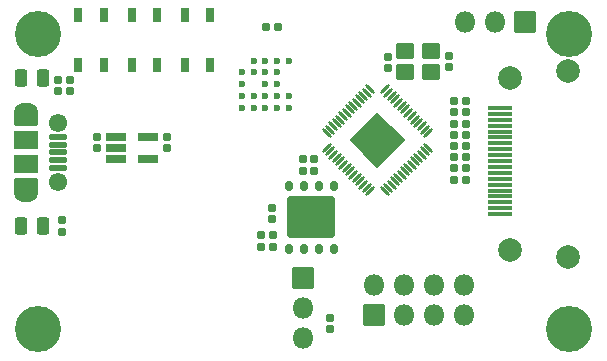
<source format=gbr>
%TF.GenerationSoftware,KiCad,Pcbnew,8.0.2*%
%TF.CreationDate,2024-05-26T20:11:31+02:00*%
%TF.ProjectId,protoB,70726f74-6f42-42e6-9b69-6361645f7063,rev?*%
%TF.SameCoordinates,PXbe7f170PY6de9350*%
%TF.FileFunction,Soldermask,Top*%
%TF.FilePolarity,Negative*%
%FSLAX46Y46*%
G04 Gerber Fmt 4.6, Leading zero omitted, Abs format (unit mm)*
G04 Created by KiCad (PCBNEW 8.0.2) date 2024-05-26 20:11:31*
%MOMM*%
%LPD*%
G01*
G04 APERTURE LIST*
G04 Aperture macros list*
%AMRoundRect*
0 Rectangle with rounded corners*
0 $1 Rounding radius*
0 $2 $3 $4 $5 $6 $7 $8 $9 X,Y pos of 4 corners*
0 Add a 4 corners polygon primitive as box body*
4,1,4,$2,$3,$4,$5,$6,$7,$8,$9,$2,$3,0*
0 Add four circle primitives for the rounded corners*
1,1,$1+$1,$2,$3*
1,1,$1+$1,$4,$5*
1,1,$1+$1,$6,$7*
1,1,$1+$1,$8,$9*
0 Add four rect primitives between the rounded corners*
20,1,$1+$1,$2,$3,$4,$5,0*
20,1,$1+$1,$4,$5,$6,$7,0*
20,1,$1+$1,$6,$7,$8,$9,0*
20,1,$1+$1,$8,$9,$2,$3,0*%
%AMHorizOval*
0 Thick line with rounded ends*
0 $1 width*
0 $2 $3 position (X,Y) of the first rounded end (center of the circle)*
0 $4 $5 position (X,Y) of the second rounded end (center of the circle)*
0 Add line between two ends*
20,1,$1,$2,$3,$4,$5,0*
0 Add two circle primitives to create the rounded ends*
1,1,$1,$2,$3*
1,1,$1,$4,$5*%
G04 Aperture macros list end*
%ADD10RoundRect,0.172500X-0.172500X-0.197500X0.172500X-0.197500X0.172500X0.197500X-0.172500X0.197500X0*%
%ADD11RoundRect,0.050000X-0.780000X-0.325000X0.780000X-0.325000X0.780000X0.325000X-0.780000X0.325000X0*%
%ADD12RoundRect,0.172500X0.197500X-0.172500X0.197500X0.172500X-0.197500X0.172500X-0.197500X-0.172500X0*%
%ADD13RoundRect,0.172500X-0.197500X0.172500X-0.197500X-0.172500X0.197500X-0.172500X0.197500X0.172500X0*%
%ADD14RoundRect,0.268750X-0.268750X-0.481250X0.268750X-0.481250X0.268750X0.481250X-0.268750X0.481250X0*%
%ADD15C,3.900000*%
%ADD16RoundRect,0.150000X0.150000X-0.287500X0.150000X0.287500X-0.150000X0.287500X-0.150000X-0.287500X0*%
%ADD17RoundRect,0.259000X1.791000X-1.491000X1.791000X1.491000X-1.791000X1.491000X-1.791000X-1.491000X0*%
%ADD18RoundRect,0.050000X-0.850000X-0.850000X0.850000X-0.850000X0.850000X0.850000X-0.850000X0.850000X0*%
%ADD19O,1.800000X1.800000*%
%ADD20RoundRect,0.050000X-0.325000X0.525000X-0.325000X-0.525000X0.325000X-0.525000X0.325000X0.525000X0*%
%ADD21RoundRect,0.172500X0.172500X0.197500X-0.172500X0.197500X-0.172500X-0.197500X0.172500X-0.197500X0*%
%ADD22RoundRect,0.050000X-0.700000X-0.600000X0.700000X-0.600000X0.700000X0.600000X-0.700000X0.600000X0*%
%ADD23RoundRect,0.050000X1.131371X0.000000X0.000000X1.131371X-1.131371X0.000000X0.000000X-1.131371X0*%
%ADD24HorizOval,0.300000X-0.282843X0.282843X0.282843X-0.282843X0*%
%ADD25HorizOval,0.300000X0.282843X0.282843X-0.282843X-0.282843X0*%
%ADD26RoundRect,0.050000X-0.850000X0.850000X-0.850000X-0.850000X0.850000X-0.850000X0.850000X0.850000X0*%
%ADD27RoundRect,0.050000X0.850000X-0.850000X0.850000X0.850000X-0.850000X0.850000X-0.850000X-0.850000X0*%
%ADD28RoundRect,0.050000X-0.950000X0.150000X-0.950000X-0.150000X0.950000X-0.150000X0.950000X0.150000X0*%
%ADD29C,2.000000*%
%ADD30RoundRect,0.050000X-0.675000X0.200000X-0.675000X-0.200000X0.675000X-0.200000X0.675000X0.200000X0*%
%ADD31O,2.000000X1.300000*%
%ADD32RoundRect,0.050000X-0.950000X0.600000X-0.950000X-0.600000X0.950000X-0.600000X0.950000X0.600000X0*%
%ADD33C,1.550000*%
%ADD34RoundRect,0.050000X-0.950000X0.750000X-0.950000X-0.750000X0.950000X-0.750000X0.950000X0.750000X0*%
%ADD35RoundRect,0.160000X0.160000X0.210000X-0.160000X0.210000X-0.160000X-0.210000X0.160000X-0.210000X0*%
%ADD36C,0.600000*%
G04 APERTURE END LIST*
D10*
%TO.C,R5*%
X25165000Y16150000D03*
X26135000Y16150000D03*
%TD*%
%TO.C,R4*%
X25165000Y17150000D03*
X26135000Y17150000D03*
%TD*%
%TO.C,R2*%
X21665000Y9750000D03*
X22635000Y9750000D03*
%TD*%
D11*
%TO.C,U2*%
X9350000Y19050000D03*
X9350000Y18100000D03*
X9350000Y17150000D03*
X12050000Y17150000D03*
X12050000Y19050000D03*
%TD*%
D12*
%TO.C,C10*%
X32350000Y24880000D03*
X32350000Y25850000D03*
%TD*%
D13*
%TO.C,R11*%
X4750000Y11985000D03*
X4750000Y11015000D03*
%TD*%
D14*
%TO.C,D1*%
X1312500Y24000000D03*
X3187500Y24000000D03*
%TD*%
D15*
%TO.C,REF\u002A\u002A*%
X2750000Y27750000D03*
%TD*%
%TO.C,REF\u002A\u002A*%
X47750000Y27750000D03*
%TD*%
D14*
%TO.C,D2*%
X1312500Y11500000D03*
X3187500Y11500000D03*
%TD*%
D16*
%TO.C,U3*%
X23995000Y9587500D03*
X25265000Y9587500D03*
X26535000Y9587500D03*
X27805000Y9587500D03*
X27805000Y14912500D03*
X26535000Y14912500D03*
X25265000Y14912500D03*
X23995000Y14912500D03*
D17*
X25900000Y12250000D03*
%TD*%
D13*
%TO.C,C13*%
X22600000Y13035000D03*
X22600000Y12065000D03*
%TD*%
D18*
%TO.C,J6*%
X25167000Y7080000D03*
D19*
X25167000Y4540000D03*
X25167000Y2000000D03*
%TD*%
D13*
%TO.C,C24*%
X27450000Y3721000D03*
X27450000Y2751000D03*
%TD*%
D20*
%TO.C,SW1*%
X12825000Y29325000D03*
X12825000Y25175000D03*
X10675000Y25175000D03*
X10675000Y29325000D03*
%TD*%
%TO.C,SW2*%
X17325000Y29325000D03*
X17325000Y25175000D03*
X15175000Y25175000D03*
X15175000Y29325000D03*
%TD*%
D15*
%TO.C,REF\u002A\u002A*%
X47750000Y2750000D03*
%TD*%
%TO.C,REF\u002A\u002A*%
X2750000Y2750000D03*
%TD*%
D21*
%TO.C,R16*%
X38985000Y21125000D03*
X38015000Y21125000D03*
%TD*%
%TO.C,R17*%
X38985000Y19225000D03*
X38015000Y19225000D03*
%TD*%
%TO.C,R15*%
X38985000Y16375000D03*
X38015000Y16375000D03*
%TD*%
%TO.C,R13*%
X38985000Y20175000D03*
X38015000Y20175000D03*
%TD*%
%TO.C,R18*%
X38985000Y17325000D03*
X38015000Y17325000D03*
%TD*%
D20*
%TO.C,SW3*%
X8325000Y29325000D03*
X8325000Y25175000D03*
X6175000Y25175000D03*
X6175000Y29325000D03*
%TD*%
D21*
%TO.C,R3*%
X22635000Y10750000D03*
X21665000Y10750000D03*
%TD*%
D13*
%TO.C,C12*%
X37550000Y25900000D03*
X37550000Y24930000D03*
%TD*%
D22*
%TO.C,Y1*%
X33840000Y24580000D03*
X36040000Y24580000D03*
X36040000Y26280000D03*
X33840000Y26280000D03*
%TD*%
D23*
%TO.C,U1*%
X31500000Y17618629D03*
X32631371Y18750000D03*
X30368629Y18750000D03*
X31500000Y19881371D03*
D24*
X32136396Y14436649D03*
X32419239Y14719491D03*
X32702082Y15002334D03*
X32984924Y15285177D03*
X33267767Y15568019D03*
X33550610Y15850862D03*
X33833452Y16133705D03*
X34116295Y16416548D03*
X34399138Y16699390D03*
X34681981Y16982233D03*
X34964823Y17265076D03*
X35247666Y17547918D03*
X35530509Y17830761D03*
X35813351Y18113604D03*
D25*
X35813351Y19386396D03*
X35530509Y19669239D03*
X35247666Y19952082D03*
X34964823Y20234924D03*
X34681981Y20517767D03*
X34399138Y20800610D03*
X34116295Y21083452D03*
X33833452Y21366295D03*
X33550610Y21649138D03*
X33267767Y21931981D03*
X32984924Y22214823D03*
X32702082Y22497666D03*
X32419239Y22780509D03*
X32136396Y23063351D03*
D24*
X30863604Y23063351D03*
X30580761Y22780509D03*
X30297918Y22497666D03*
X30015076Y22214823D03*
X29732233Y21931981D03*
X29449390Y21649138D03*
X29166548Y21366295D03*
X28883705Y21083452D03*
X28600862Y20800610D03*
X28318019Y20517767D03*
X28035177Y20234924D03*
X27752334Y19952082D03*
X27469491Y19669239D03*
X27186649Y19386396D03*
D25*
X27186649Y18113604D03*
X27469491Y17830761D03*
X27752334Y17547918D03*
X28035177Y17265076D03*
X28318019Y16982233D03*
X28600862Y16699390D03*
X28883705Y16416548D03*
X29166548Y16133705D03*
X29449390Y15850862D03*
X29732233Y15568019D03*
X30015076Y15285177D03*
X30297918Y15002334D03*
X30580761Y14719491D03*
X30863604Y14436649D03*
%TD*%
D13*
%TO.C,C11*%
X13690000Y19035000D03*
X13690000Y18065000D03*
%TD*%
%TO.C,C7*%
X7770000Y19035000D03*
X7770000Y18065000D03*
%TD*%
D26*
%TO.C,J2*%
X43950000Y28750000D03*
D19*
X41410000Y28750000D03*
X38870000Y28750000D03*
%TD*%
D21*
%TO.C,R6*%
X5435000Y22950000D03*
X4465000Y22950000D03*
%TD*%
D10*
%TO.C,R20*%
X4465000Y23900000D03*
X5435000Y23900000D03*
%TD*%
D27*
%TO.C,J4*%
X31200000Y3975000D03*
D19*
X31200000Y6515000D03*
X33740000Y3975000D03*
X33740000Y6515000D03*
X36280000Y3975000D03*
X36280000Y6515000D03*
X38820000Y3975000D03*
X38820000Y6515000D03*
%TD*%
D21*
%TO.C,R14*%
X38985000Y18275000D03*
X38015000Y18275000D03*
%TD*%
%TO.C,R19*%
X38985000Y15425000D03*
X38015000Y15425000D03*
%TD*%
%TO.C,R12*%
X38985000Y22075000D03*
X38015000Y22075000D03*
%TD*%
D28*
%TO.C,J5*%
X41850000Y21500000D03*
X41850000Y21000000D03*
X41850000Y20500000D03*
X41850000Y20000000D03*
X41850000Y19500000D03*
X41850000Y19000000D03*
X41850000Y18500000D03*
X41850000Y18000000D03*
X41850000Y17500000D03*
X41850000Y17000000D03*
X41850000Y16500000D03*
X41850000Y16000000D03*
X41850000Y15500000D03*
X41850000Y15000000D03*
X41850000Y14500000D03*
X41850000Y14000000D03*
X41850000Y13500000D03*
X41850000Y13000000D03*
X41850000Y12500000D03*
D29*
X47650000Y24600000D03*
X42750000Y24000000D03*
X42750000Y9500000D03*
X47650000Y8900000D03*
%TD*%
D30*
%TO.C,J1*%
X4462500Y19050000D03*
X4462500Y18400000D03*
X4462500Y17750000D03*
X4462500Y17100000D03*
X4462500Y16450000D03*
D31*
X1762500Y21250000D03*
D32*
X1762500Y20650000D03*
D33*
X4462500Y20250000D03*
D34*
X1762500Y18750000D03*
X1762500Y16750000D03*
D33*
X4462500Y15250000D03*
D32*
X1762500Y14850000D03*
D31*
X1762500Y14250000D03*
%TD*%
D35*
%TO.C,R21*%
X23060000Y28350000D03*
X22040000Y28350000D03*
%TD*%
D36*
%TO.C,U4*%
X21010000Y25500000D03*
X22010000Y25500000D03*
X23010000Y25500000D03*
X24010000Y25500000D03*
X20010000Y24500000D03*
X21010000Y24500000D03*
X22010000Y24500000D03*
X23010000Y24500000D03*
X20010000Y23500000D03*
X22010000Y23500000D03*
X23010000Y23500000D03*
X20010000Y22500000D03*
X21010000Y22500000D03*
X22010000Y22500000D03*
X23010000Y22500000D03*
X24010000Y22500000D03*
X20010000Y21500000D03*
X21010000Y21500000D03*
X22010000Y21500000D03*
X23010000Y21500000D03*
X24010000Y21500000D03*
%TD*%
M02*

</source>
